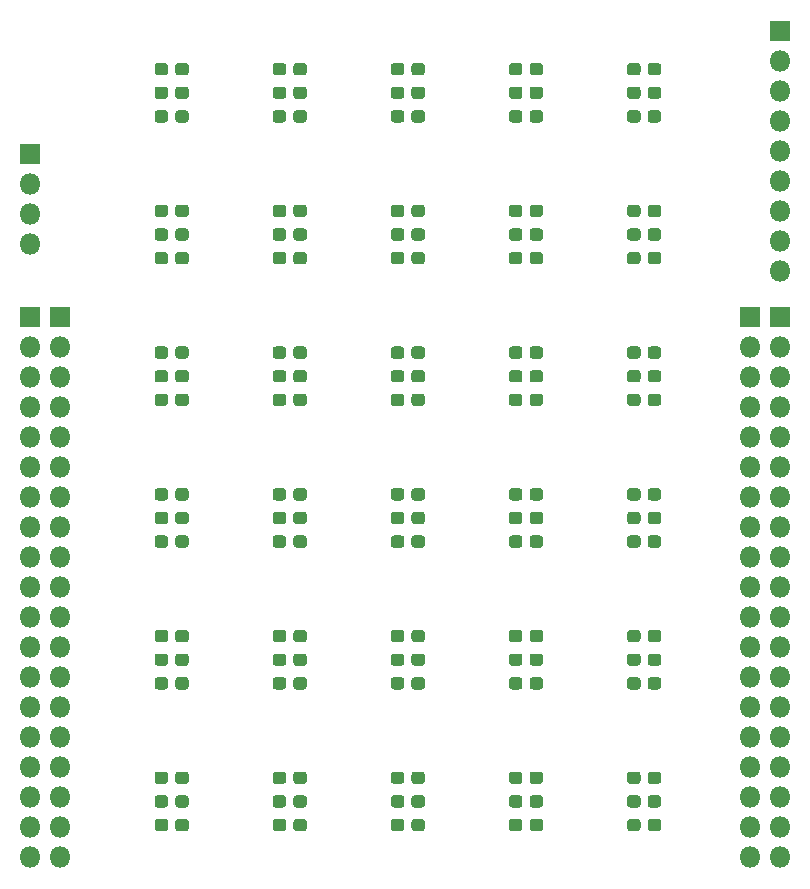
<source format=gbs>
G04 #@! TF.GenerationSoftware,KiCad,Pcbnew,5.1.6-c6e7f7d~87~ubuntu18.04.1*
G04 #@! TF.CreationDate,2021-01-10T20:40:06-05:00*
G04 #@! TF.ProjectId,dicecalc,64696365-6361-46c6-932e-6b696361645f,rev?*
G04 #@! TF.SameCoordinates,Original*
G04 #@! TF.FileFunction,Soldermask,Bot*
G04 #@! TF.FilePolarity,Negative*
%FSLAX46Y46*%
G04 Gerber Fmt 4.6, Leading zero omitted, Abs format (unit mm)*
G04 Created by KiCad (PCBNEW 5.1.6-c6e7f7d~87~ubuntu18.04.1) date 2021-01-10 20:40:06*
%MOMM*%
%LPD*%
G01*
G04 APERTURE LIST*
%ADD10R,1.800000X1.800000*%
%ADD11O,1.800000X1.800000*%
G04 APERTURE END LIST*
G36*
G01*
X89200000Y-155362500D02*
X89200000Y-154837500D01*
G75*
G02*
X89462500Y-154575000I262500J0D01*
G01*
X90087500Y-154575000D01*
G75*
G02*
X90350000Y-154837500I0J-262500D01*
G01*
X90350000Y-155362500D01*
G75*
G02*
X90087500Y-155625000I-262500J0D01*
G01*
X89462500Y-155625000D01*
G75*
G02*
X89200000Y-155362500I0J262500D01*
G01*
G37*
G36*
G01*
X87450000Y-155362500D02*
X87450000Y-154837500D01*
G75*
G02*
X87712500Y-154575000I262500J0D01*
G01*
X88337500Y-154575000D01*
G75*
G02*
X88600000Y-154837500I0J-262500D01*
G01*
X88600000Y-155362500D01*
G75*
G02*
X88337500Y-155625000I-262500J0D01*
G01*
X87712500Y-155625000D01*
G75*
G02*
X87450000Y-155362500I0J262500D01*
G01*
G37*
G36*
G01*
X87450000Y-143362500D02*
X87450000Y-142837500D01*
G75*
G02*
X87712500Y-142575000I262500J0D01*
G01*
X88337500Y-142575000D01*
G75*
G02*
X88600000Y-142837500I0J-262500D01*
G01*
X88600000Y-143362500D01*
G75*
G02*
X88337500Y-143625000I-262500J0D01*
G01*
X87712500Y-143625000D01*
G75*
G02*
X87450000Y-143362500I0J262500D01*
G01*
G37*
G36*
G01*
X89200000Y-143362500D02*
X89200000Y-142837500D01*
G75*
G02*
X89462500Y-142575000I262500J0D01*
G01*
X90087500Y-142575000D01*
G75*
G02*
X90350000Y-142837500I0J-262500D01*
G01*
X90350000Y-143362500D01*
G75*
G02*
X90087500Y-143625000I-262500J0D01*
G01*
X89462500Y-143625000D01*
G75*
G02*
X89200000Y-143362500I0J262500D01*
G01*
G37*
G36*
G01*
X100350000Y-142837500D02*
X100350000Y-143362500D01*
G75*
G02*
X100087500Y-143625000I-262500J0D01*
G01*
X99462500Y-143625000D01*
G75*
G02*
X99200000Y-143362500I0J262500D01*
G01*
X99200000Y-142837500D01*
G75*
G02*
X99462500Y-142575000I262500J0D01*
G01*
X100087500Y-142575000D01*
G75*
G02*
X100350000Y-142837500I0J-262500D01*
G01*
G37*
G36*
G01*
X98600000Y-142837500D02*
X98600000Y-143362500D01*
G75*
G02*
X98337500Y-143625000I-262500J0D01*
G01*
X97712500Y-143625000D01*
G75*
G02*
X97450000Y-143362500I0J262500D01*
G01*
X97450000Y-142837500D01*
G75*
G02*
X97712500Y-142575000I262500J0D01*
G01*
X98337500Y-142575000D01*
G75*
G02*
X98600000Y-142837500I0J-262500D01*
G01*
G37*
G36*
G01*
X110350000Y-142837500D02*
X110350000Y-143362500D01*
G75*
G02*
X110087500Y-143625000I-262500J0D01*
G01*
X109462500Y-143625000D01*
G75*
G02*
X109200000Y-143362500I0J262500D01*
G01*
X109200000Y-142837500D01*
G75*
G02*
X109462500Y-142575000I262500J0D01*
G01*
X110087500Y-142575000D01*
G75*
G02*
X110350000Y-142837500I0J-262500D01*
G01*
G37*
G36*
G01*
X108600000Y-142837500D02*
X108600000Y-143362500D01*
G75*
G02*
X108337500Y-143625000I-262500J0D01*
G01*
X107712500Y-143625000D01*
G75*
G02*
X107450000Y-143362500I0J262500D01*
G01*
X107450000Y-142837500D01*
G75*
G02*
X107712500Y-142575000I262500J0D01*
G01*
X108337500Y-142575000D01*
G75*
G02*
X108600000Y-142837500I0J-262500D01*
G01*
G37*
G36*
G01*
X87450000Y-131362500D02*
X87450000Y-130837500D01*
G75*
G02*
X87712500Y-130575000I262500J0D01*
G01*
X88337500Y-130575000D01*
G75*
G02*
X88600000Y-130837500I0J-262500D01*
G01*
X88600000Y-131362500D01*
G75*
G02*
X88337500Y-131625000I-262500J0D01*
G01*
X87712500Y-131625000D01*
G75*
G02*
X87450000Y-131362500I0J262500D01*
G01*
G37*
G36*
G01*
X89200000Y-131362500D02*
X89200000Y-130837500D01*
G75*
G02*
X89462500Y-130575000I262500J0D01*
G01*
X90087500Y-130575000D01*
G75*
G02*
X90350000Y-130837500I0J-262500D01*
G01*
X90350000Y-131362500D01*
G75*
G02*
X90087500Y-131625000I-262500J0D01*
G01*
X89462500Y-131625000D01*
G75*
G02*
X89200000Y-131362500I0J262500D01*
G01*
G37*
G36*
G01*
X100350000Y-130837500D02*
X100350000Y-131362500D01*
G75*
G02*
X100087500Y-131625000I-262500J0D01*
G01*
X99462500Y-131625000D01*
G75*
G02*
X99200000Y-131362500I0J262500D01*
G01*
X99200000Y-130837500D01*
G75*
G02*
X99462500Y-130575000I262500J0D01*
G01*
X100087500Y-130575000D01*
G75*
G02*
X100350000Y-130837500I0J-262500D01*
G01*
G37*
G36*
G01*
X98600000Y-130837500D02*
X98600000Y-131362500D01*
G75*
G02*
X98337500Y-131625000I-262500J0D01*
G01*
X97712500Y-131625000D01*
G75*
G02*
X97450000Y-131362500I0J262500D01*
G01*
X97450000Y-130837500D01*
G75*
G02*
X97712500Y-130575000I262500J0D01*
G01*
X98337500Y-130575000D01*
G75*
G02*
X98600000Y-130837500I0J-262500D01*
G01*
G37*
G36*
G01*
X110350000Y-130837500D02*
X110350000Y-131362500D01*
G75*
G02*
X110087500Y-131625000I-262500J0D01*
G01*
X109462500Y-131625000D01*
G75*
G02*
X109200000Y-131362500I0J262500D01*
G01*
X109200000Y-130837500D01*
G75*
G02*
X109462500Y-130575000I262500J0D01*
G01*
X110087500Y-130575000D01*
G75*
G02*
X110350000Y-130837500I0J-262500D01*
G01*
G37*
G36*
G01*
X108600000Y-130837500D02*
X108600000Y-131362500D01*
G75*
G02*
X108337500Y-131625000I-262500J0D01*
G01*
X107712500Y-131625000D01*
G75*
G02*
X107450000Y-131362500I0J262500D01*
G01*
X107450000Y-130837500D01*
G75*
G02*
X107712500Y-130575000I262500J0D01*
G01*
X108337500Y-130575000D01*
G75*
G02*
X108600000Y-130837500I0J-262500D01*
G01*
G37*
G36*
G01*
X87450000Y-119362500D02*
X87450000Y-118837500D01*
G75*
G02*
X87712500Y-118575000I262500J0D01*
G01*
X88337500Y-118575000D01*
G75*
G02*
X88600000Y-118837500I0J-262500D01*
G01*
X88600000Y-119362500D01*
G75*
G02*
X88337500Y-119625000I-262500J0D01*
G01*
X87712500Y-119625000D01*
G75*
G02*
X87450000Y-119362500I0J262500D01*
G01*
G37*
G36*
G01*
X89200000Y-119362500D02*
X89200000Y-118837500D01*
G75*
G02*
X89462500Y-118575000I262500J0D01*
G01*
X90087500Y-118575000D01*
G75*
G02*
X90350000Y-118837500I0J-262500D01*
G01*
X90350000Y-119362500D01*
G75*
G02*
X90087500Y-119625000I-262500J0D01*
G01*
X89462500Y-119625000D01*
G75*
G02*
X89200000Y-119362500I0J262500D01*
G01*
G37*
G36*
G01*
X99200000Y-119362500D02*
X99200000Y-118837500D01*
G75*
G02*
X99462500Y-118575000I262500J0D01*
G01*
X100087500Y-118575000D01*
G75*
G02*
X100350000Y-118837500I0J-262500D01*
G01*
X100350000Y-119362500D01*
G75*
G02*
X100087500Y-119625000I-262500J0D01*
G01*
X99462500Y-119625000D01*
G75*
G02*
X99200000Y-119362500I0J262500D01*
G01*
G37*
G36*
G01*
X97450000Y-119362500D02*
X97450000Y-118837500D01*
G75*
G02*
X97712500Y-118575000I262500J0D01*
G01*
X98337500Y-118575000D01*
G75*
G02*
X98600000Y-118837500I0J-262500D01*
G01*
X98600000Y-119362500D01*
G75*
G02*
X98337500Y-119625000I-262500J0D01*
G01*
X97712500Y-119625000D01*
G75*
G02*
X97450000Y-119362500I0J262500D01*
G01*
G37*
G36*
G01*
X108600000Y-118837500D02*
X108600000Y-119362500D01*
G75*
G02*
X108337500Y-119625000I-262500J0D01*
G01*
X107712500Y-119625000D01*
G75*
G02*
X107450000Y-119362500I0J262500D01*
G01*
X107450000Y-118837500D01*
G75*
G02*
X107712500Y-118575000I262500J0D01*
G01*
X108337500Y-118575000D01*
G75*
G02*
X108600000Y-118837500I0J-262500D01*
G01*
G37*
G36*
G01*
X110350000Y-118837500D02*
X110350000Y-119362500D01*
G75*
G02*
X110087500Y-119625000I-262500J0D01*
G01*
X109462500Y-119625000D01*
G75*
G02*
X109200000Y-119362500I0J262500D01*
G01*
X109200000Y-118837500D01*
G75*
G02*
X109462500Y-118575000I262500J0D01*
G01*
X110087500Y-118575000D01*
G75*
G02*
X110350000Y-118837500I0J-262500D01*
G01*
G37*
G36*
G01*
X118600000Y-142837500D02*
X118600000Y-143362500D01*
G75*
G02*
X118337500Y-143625000I-262500J0D01*
G01*
X117712500Y-143625000D01*
G75*
G02*
X117450000Y-143362500I0J262500D01*
G01*
X117450000Y-142837500D01*
G75*
G02*
X117712500Y-142575000I262500J0D01*
G01*
X118337500Y-142575000D01*
G75*
G02*
X118600000Y-142837500I0J-262500D01*
G01*
G37*
G36*
G01*
X120350000Y-142837500D02*
X120350000Y-143362500D01*
G75*
G02*
X120087500Y-143625000I-262500J0D01*
G01*
X119462500Y-143625000D01*
G75*
G02*
X119200000Y-143362500I0J262500D01*
G01*
X119200000Y-142837500D01*
G75*
G02*
X119462500Y-142575000I262500J0D01*
G01*
X120087500Y-142575000D01*
G75*
G02*
X120350000Y-142837500I0J-262500D01*
G01*
G37*
G36*
G01*
X118600000Y-130837500D02*
X118600000Y-131362500D01*
G75*
G02*
X118337500Y-131625000I-262500J0D01*
G01*
X117712500Y-131625000D01*
G75*
G02*
X117450000Y-131362500I0J262500D01*
G01*
X117450000Y-130837500D01*
G75*
G02*
X117712500Y-130575000I262500J0D01*
G01*
X118337500Y-130575000D01*
G75*
G02*
X118600000Y-130837500I0J-262500D01*
G01*
G37*
G36*
G01*
X120350000Y-130837500D02*
X120350000Y-131362500D01*
G75*
G02*
X120087500Y-131625000I-262500J0D01*
G01*
X119462500Y-131625000D01*
G75*
G02*
X119200000Y-131362500I0J262500D01*
G01*
X119200000Y-130837500D01*
G75*
G02*
X119462500Y-130575000I262500J0D01*
G01*
X120087500Y-130575000D01*
G75*
G02*
X120350000Y-130837500I0J-262500D01*
G01*
G37*
G36*
G01*
X120350000Y-118837500D02*
X120350000Y-119362500D01*
G75*
G02*
X120087500Y-119625000I-262500J0D01*
G01*
X119462500Y-119625000D01*
G75*
G02*
X119200000Y-119362500I0J262500D01*
G01*
X119200000Y-118837500D01*
G75*
G02*
X119462500Y-118575000I262500J0D01*
G01*
X120087500Y-118575000D01*
G75*
G02*
X120350000Y-118837500I0J-262500D01*
G01*
G37*
G36*
G01*
X118600000Y-118837500D02*
X118600000Y-119362500D01*
G75*
G02*
X118337500Y-119625000I-262500J0D01*
G01*
X117712500Y-119625000D01*
G75*
G02*
X117450000Y-119362500I0J262500D01*
G01*
X117450000Y-118837500D01*
G75*
G02*
X117712500Y-118575000I262500J0D01*
G01*
X118337500Y-118575000D01*
G75*
G02*
X118600000Y-118837500I0J-262500D01*
G01*
G37*
G36*
G01*
X118600000Y-106837500D02*
X118600000Y-107362500D01*
G75*
G02*
X118337500Y-107625000I-262500J0D01*
G01*
X117712500Y-107625000D01*
G75*
G02*
X117450000Y-107362500I0J262500D01*
G01*
X117450000Y-106837500D01*
G75*
G02*
X117712500Y-106575000I262500J0D01*
G01*
X118337500Y-106575000D01*
G75*
G02*
X118600000Y-106837500I0J-262500D01*
G01*
G37*
G36*
G01*
X120350000Y-106837500D02*
X120350000Y-107362500D01*
G75*
G02*
X120087500Y-107625000I-262500J0D01*
G01*
X119462500Y-107625000D01*
G75*
G02*
X119200000Y-107362500I0J262500D01*
G01*
X119200000Y-106837500D01*
G75*
G02*
X119462500Y-106575000I262500J0D01*
G01*
X120087500Y-106575000D01*
G75*
G02*
X120350000Y-106837500I0J-262500D01*
G01*
G37*
G36*
G01*
X110350000Y-94837500D02*
X110350000Y-95362500D01*
G75*
G02*
X110087500Y-95625000I-262500J0D01*
G01*
X109462500Y-95625000D01*
G75*
G02*
X109200000Y-95362500I0J262500D01*
G01*
X109200000Y-94837500D01*
G75*
G02*
X109462500Y-94575000I262500J0D01*
G01*
X110087500Y-94575000D01*
G75*
G02*
X110350000Y-94837500I0J-262500D01*
G01*
G37*
G36*
G01*
X108600000Y-94837500D02*
X108600000Y-95362500D01*
G75*
G02*
X108337500Y-95625000I-262500J0D01*
G01*
X107712500Y-95625000D01*
G75*
G02*
X107450000Y-95362500I0J262500D01*
G01*
X107450000Y-94837500D01*
G75*
G02*
X107712500Y-94575000I262500J0D01*
G01*
X108337500Y-94575000D01*
G75*
G02*
X108600000Y-94837500I0J-262500D01*
G01*
G37*
G36*
G01*
X77450000Y-107362500D02*
X77450000Y-106837500D01*
G75*
G02*
X77712500Y-106575000I262500J0D01*
G01*
X78337500Y-106575000D01*
G75*
G02*
X78600000Y-106837500I0J-262500D01*
G01*
X78600000Y-107362500D01*
G75*
G02*
X78337500Y-107625000I-262500J0D01*
G01*
X77712500Y-107625000D01*
G75*
G02*
X77450000Y-107362500I0J262500D01*
G01*
G37*
G36*
G01*
X79200000Y-107362500D02*
X79200000Y-106837500D01*
G75*
G02*
X79462500Y-106575000I262500J0D01*
G01*
X80087500Y-106575000D01*
G75*
G02*
X80350000Y-106837500I0J-262500D01*
G01*
X80350000Y-107362500D01*
G75*
G02*
X80087500Y-107625000I-262500J0D01*
G01*
X79462500Y-107625000D01*
G75*
G02*
X79200000Y-107362500I0J262500D01*
G01*
G37*
G36*
G01*
X87450000Y-107362500D02*
X87450000Y-106837500D01*
G75*
G02*
X87712500Y-106575000I262500J0D01*
G01*
X88337500Y-106575000D01*
G75*
G02*
X88600000Y-106837500I0J-262500D01*
G01*
X88600000Y-107362500D01*
G75*
G02*
X88337500Y-107625000I-262500J0D01*
G01*
X87712500Y-107625000D01*
G75*
G02*
X87450000Y-107362500I0J262500D01*
G01*
G37*
G36*
G01*
X89200000Y-107362500D02*
X89200000Y-106837500D01*
G75*
G02*
X89462500Y-106575000I262500J0D01*
G01*
X90087500Y-106575000D01*
G75*
G02*
X90350000Y-106837500I0J-262500D01*
G01*
X90350000Y-107362500D01*
G75*
G02*
X90087500Y-107625000I-262500J0D01*
G01*
X89462500Y-107625000D01*
G75*
G02*
X89200000Y-107362500I0J262500D01*
G01*
G37*
G36*
G01*
X99200000Y-107362500D02*
X99200000Y-106837500D01*
G75*
G02*
X99462500Y-106575000I262500J0D01*
G01*
X100087500Y-106575000D01*
G75*
G02*
X100350000Y-106837500I0J-262500D01*
G01*
X100350000Y-107362500D01*
G75*
G02*
X100087500Y-107625000I-262500J0D01*
G01*
X99462500Y-107625000D01*
G75*
G02*
X99200000Y-107362500I0J262500D01*
G01*
G37*
G36*
G01*
X97450000Y-107362500D02*
X97450000Y-106837500D01*
G75*
G02*
X97712500Y-106575000I262500J0D01*
G01*
X98337500Y-106575000D01*
G75*
G02*
X98600000Y-106837500I0J-262500D01*
G01*
X98600000Y-107362500D01*
G75*
G02*
X98337500Y-107625000I-262500J0D01*
G01*
X97712500Y-107625000D01*
G75*
G02*
X97450000Y-107362500I0J262500D01*
G01*
G37*
G36*
G01*
X110350000Y-106837500D02*
X110350000Y-107362500D01*
G75*
G02*
X110087500Y-107625000I-262500J0D01*
G01*
X109462500Y-107625000D01*
G75*
G02*
X109200000Y-107362500I0J262500D01*
G01*
X109200000Y-106837500D01*
G75*
G02*
X109462500Y-106575000I262500J0D01*
G01*
X110087500Y-106575000D01*
G75*
G02*
X110350000Y-106837500I0J-262500D01*
G01*
G37*
G36*
G01*
X108600000Y-106837500D02*
X108600000Y-107362500D01*
G75*
G02*
X108337500Y-107625000I-262500J0D01*
G01*
X107712500Y-107625000D01*
G75*
G02*
X107450000Y-107362500I0J262500D01*
G01*
X107450000Y-106837500D01*
G75*
G02*
X107712500Y-106575000I262500J0D01*
G01*
X108337500Y-106575000D01*
G75*
G02*
X108600000Y-106837500I0J-262500D01*
G01*
G37*
G36*
G01*
X79200000Y-95362500D02*
X79200000Y-94837500D01*
G75*
G02*
X79462500Y-94575000I262500J0D01*
G01*
X80087500Y-94575000D01*
G75*
G02*
X80350000Y-94837500I0J-262500D01*
G01*
X80350000Y-95362500D01*
G75*
G02*
X80087500Y-95625000I-262500J0D01*
G01*
X79462500Y-95625000D01*
G75*
G02*
X79200000Y-95362500I0J262500D01*
G01*
G37*
G36*
G01*
X77450000Y-95362500D02*
X77450000Y-94837500D01*
G75*
G02*
X77712500Y-94575000I262500J0D01*
G01*
X78337500Y-94575000D01*
G75*
G02*
X78600000Y-94837500I0J-262500D01*
G01*
X78600000Y-95362500D01*
G75*
G02*
X78337500Y-95625000I-262500J0D01*
G01*
X77712500Y-95625000D01*
G75*
G02*
X77450000Y-95362500I0J262500D01*
G01*
G37*
G36*
G01*
X89200000Y-95362500D02*
X89200000Y-94837500D01*
G75*
G02*
X89462500Y-94575000I262500J0D01*
G01*
X90087500Y-94575000D01*
G75*
G02*
X90350000Y-94837500I0J-262500D01*
G01*
X90350000Y-95362500D01*
G75*
G02*
X90087500Y-95625000I-262500J0D01*
G01*
X89462500Y-95625000D01*
G75*
G02*
X89200000Y-95362500I0J262500D01*
G01*
G37*
G36*
G01*
X87450000Y-95362500D02*
X87450000Y-94837500D01*
G75*
G02*
X87712500Y-94575000I262500J0D01*
G01*
X88337500Y-94575000D01*
G75*
G02*
X88600000Y-94837500I0J-262500D01*
G01*
X88600000Y-95362500D01*
G75*
G02*
X88337500Y-95625000I-262500J0D01*
G01*
X87712500Y-95625000D01*
G75*
G02*
X87450000Y-95362500I0J262500D01*
G01*
G37*
G36*
G01*
X97450000Y-95362500D02*
X97450000Y-94837500D01*
G75*
G02*
X97712500Y-94575000I262500J0D01*
G01*
X98337500Y-94575000D01*
G75*
G02*
X98600000Y-94837500I0J-262500D01*
G01*
X98600000Y-95362500D01*
G75*
G02*
X98337500Y-95625000I-262500J0D01*
G01*
X97712500Y-95625000D01*
G75*
G02*
X97450000Y-95362500I0J262500D01*
G01*
G37*
G36*
G01*
X99200000Y-95362500D02*
X99200000Y-94837500D01*
G75*
G02*
X99462500Y-94575000I262500J0D01*
G01*
X100087500Y-94575000D01*
G75*
G02*
X100350000Y-94837500I0J-262500D01*
G01*
X100350000Y-95362500D01*
G75*
G02*
X100087500Y-95625000I-262500J0D01*
G01*
X99462500Y-95625000D01*
G75*
G02*
X99200000Y-95362500I0J262500D01*
G01*
G37*
G36*
G01*
X120350000Y-154837500D02*
X120350000Y-155362500D01*
G75*
G02*
X120087500Y-155625000I-262500J0D01*
G01*
X119462500Y-155625000D01*
G75*
G02*
X119200000Y-155362500I0J262500D01*
G01*
X119200000Y-154837500D01*
G75*
G02*
X119462500Y-154575000I262500J0D01*
G01*
X120087500Y-154575000D01*
G75*
G02*
X120350000Y-154837500I0J-262500D01*
G01*
G37*
G36*
G01*
X118600000Y-154837500D02*
X118600000Y-155362500D01*
G75*
G02*
X118337500Y-155625000I-262500J0D01*
G01*
X117712500Y-155625000D01*
G75*
G02*
X117450000Y-155362500I0J262500D01*
G01*
X117450000Y-154837500D01*
G75*
G02*
X117712500Y-154575000I262500J0D01*
G01*
X118337500Y-154575000D01*
G75*
G02*
X118600000Y-154837500I0J-262500D01*
G01*
G37*
G36*
G01*
X120350000Y-94837500D02*
X120350000Y-95362500D01*
G75*
G02*
X120087500Y-95625000I-262500J0D01*
G01*
X119462500Y-95625000D01*
G75*
G02*
X119200000Y-95362500I0J262500D01*
G01*
X119200000Y-94837500D01*
G75*
G02*
X119462500Y-94575000I262500J0D01*
G01*
X120087500Y-94575000D01*
G75*
G02*
X120350000Y-94837500I0J-262500D01*
G01*
G37*
G36*
G01*
X118600000Y-94837500D02*
X118600000Y-95362500D01*
G75*
G02*
X118337500Y-95625000I-262500J0D01*
G01*
X117712500Y-95625000D01*
G75*
G02*
X117450000Y-95362500I0J262500D01*
G01*
X117450000Y-94837500D01*
G75*
G02*
X117712500Y-94575000I262500J0D01*
G01*
X118337500Y-94575000D01*
G75*
G02*
X118600000Y-94837500I0J-262500D01*
G01*
G37*
G36*
G01*
X98600000Y-154837500D02*
X98600000Y-155362500D01*
G75*
G02*
X98337500Y-155625000I-262500J0D01*
G01*
X97712500Y-155625000D01*
G75*
G02*
X97450000Y-155362500I0J262500D01*
G01*
X97450000Y-154837500D01*
G75*
G02*
X97712500Y-154575000I262500J0D01*
G01*
X98337500Y-154575000D01*
G75*
G02*
X98600000Y-154837500I0J-262500D01*
G01*
G37*
G36*
G01*
X100350000Y-154837500D02*
X100350000Y-155362500D01*
G75*
G02*
X100087500Y-155625000I-262500J0D01*
G01*
X99462500Y-155625000D01*
G75*
G02*
X99200000Y-155362500I0J262500D01*
G01*
X99200000Y-154837500D01*
G75*
G02*
X99462500Y-154575000I262500J0D01*
G01*
X100087500Y-154575000D01*
G75*
G02*
X100350000Y-154837500I0J-262500D01*
G01*
G37*
G36*
G01*
X108600000Y-154837500D02*
X108600000Y-155362500D01*
G75*
G02*
X108337500Y-155625000I-262500J0D01*
G01*
X107712500Y-155625000D01*
G75*
G02*
X107450000Y-155362500I0J262500D01*
G01*
X107450000Y-154837500D01*
G75*
G02*
X107712500Y-154575000I262500J0D01*
G01*
X108337500Y-154575000D01*
G75*
G02*
X108600000Y-154837500I0J-262500D01*
G01*
G37*
G36*
G01*
X110350000Y-154837500D02*
X110350000Y-155362500D01*
G75*
G02*
X110087500Y-155625000I-262500J0D01*
G01*
X109462500Y-155625000D01*
G75*
G02*
X109200000Y-155362500I0J262500D01*
G01*
X109200000Y-154837500D01*
G75*
G02*
X109462500Y-154575000I262500J0D01*
G01*
X110087500Y-154575000D01*
G75*
G02*
X110350000Y-154837500I0J-262500D01*
G01*
G37*
G36*
G01*
X79200000Y-119362500D02*
X79200000Y-118837500D01*
G75*
G02*
X79462500Y-118575000I262500J0D01*
G01*
X80087500Y-118575000D01*
G75*
G02*
X80350000Y-118837500I0J-262500D01*
G01*
X80350000Y-119362500D01*
G75*
G02*
X80087500Y-119625000I-262500J0D01*
G01*
X79462500Y-119625000D01*
G75*
G02*
X79200000Y-119362500I0J262500D01*
G01*
G37*
G36*
G01*
X77450000Y-119362500D02*
X77450000Y-118837500D01*
G75*
G02*
X77712500Y-118575000I262500J0D01*
G01*
X78337500Y-118575000D01*
G75*
G02*
X78600000Y-118837500I0J-262500D01*
G01*
X78600000Y-119362500D01*
G75*
G02*
X78337500Y-119625000I-262500J0D01*
G01*
X77712500Y-119625000D01*
G75*
G02*
X77450000Y-119362500I0J262500D01*
G01*
G37*
G36*
G01*
X79200000Y-131362500D02*
X79200000Y-130837500D01*
G75*
G02*
X79462500Y-130575000I262500J0D01*
G01*
X80087500Y-130575000D01*
G75*
G02*
X80350000Y-130837500I0J-262500D01*
G01*
X80350000Y-131362500D01*
G75*
G02*
X80087500Y-131625000I-262500J0D01*
G01*
X79462500Y-131625000D01*
G75*
G02*
X79200000Y-131362500I0J262500D01*
G01*
G37*
G36*
G01*
X77450000Y-131362500D02*
X77450000Y-130837500D01*
G75*
G02*
X77712500Y-130575000I262500J0D01*
G01*
X78337500Y-130575000D01*
G75*
G02*
X78600000Y-130837500I0J-262500D01*
G01*
X78600000Y-131362500D01*
G75*
G02*
X78337500Y-131625000I-262500J0D01*
G01*
X77712500Y-131625000D01*
G75*
G02*
X77450000Y-131362500I0J262500D01*
G01*
G37*
G36*
G01*
X79200000Y-143362500D02*
X79200000Y-142837500D01*
G75*
G02*
X79462500Y-142575000I262500J0D01*
G01*
X80087500Y-142575000D01*
G75*
G02*
X80350000Y-142837500I0J-262500D01*
G01*
X80350000Y-143362500D01*
G75*
G02*
X80087500Y-143625000I-262500J0D01*
G01*
X79462500Y-143625000D01*
G75*
G02*
X79200000Y-143362500I0J262500D01*
G01*
G37*
G36*
G01*
X77450000Y-143362500D02*
X77450000Y-142837500D01*
G75*
G02*
X77712500Y-142575000I262500J0D01*
G01*
X78337500Y-142575000D01*
G75*
G02*
X78600000Y-142837500I0J-262500D01*
G01*
X78600000Y-143362500D01*
G75*
G02*
X78337500Y-143625000I-262500J0D01*
G01*
X77712500Y-143625000D01*
G75*
G02*
X77450000Y-143362500I0J262500D01*
G01*
G37*
G36*
G01*
X79200000Y-155362500D02*
X79200000Y-154837500D01*
G75*
G02*
X79462500Y-154575000I262500J0D01*
G01*
X80087500Y-154575000D01*
G75*
G02*
X80350000Y-154837500I0J-262500D01*
G01*
X80350000Y-155362500D01*
G75*
G02*
X80087500Y-155625000I-262500J0D01*
G01*
X79462500Y-155625000D01*
G75*
G02*
X79200000Y-155362500I0J262500D01*
G01*
G37*
G36*
G01*
X77450000Y-155362500D02*
X77450000Y-154837500D01*
G75*
G02*
X77712500Y-154575000I262500J0D01*
G01*
X78337500Y-154575000D01*
G75*
G02*
X78600000Y-154837500I0J-262500D01*
G01*
X78600000Y-155362500D01*
G75*
G02*
X78337500Y-155625000I-262500J0D01*
G01*
X77712500Y-155625000D01*
G75*
G02*
X77450000Y-155362500I0J262500D01*
G01*
G37*
D10*
X66900000Y-112100000D03*
D11*
X66900000Y-114640000D03*
X66900000Y-117180000D03*
X66900000Y-119720000D03*
X66900000Y-122260000D03*
X66900000Y-124800000D03*
X66900000Y-127340000D03*
X66900000Y-129880000D03*
X66900000Y-132420000D03*
X66900000Y-134960000D03*
X66900000Y-137500000D03*
X66900000Y-140040000D03*
X66900000Y-142580000D03*
X66900000Y-145120000D03*
X66900000Y-147660000D03*
X66900000Y-150200000D03*
X66900000Y-152740000D03*
X66900000Y-155280000D03*
X66900000Y-157820000D03*
X69440000Y-157820000D03*
X69440000Y-155280000D03*
X69440000Y-152740000D03*
X69440000Y-150200000D03*
X69440000Y-147660000D03*
X69440000Y-145120000D03*
X69440000Y-142580000D03*
X69440000Y-140040000D03*
X69440000Y-137500000D03*
X69440000Y-134960000D03*
X69440000Y-132420000D03*
X69440000Y-129880000D03*
X69440000Y-127340000D03*
X69440000Y-124800000D03*
X69440000Y-122260000D03*
X69440000Y-119720000D03*
X69440000Y-117180000D03*
X69440000Y-114640000D03*
D10*
X69440000Y-112100000D03*
X127900000Y-112100000D03*
D11*
X127900000Y-114640000D03*
X127900000Y-117180000D03*
X127900000Y-119720000D03*
X127900000Y-122260000D03*
X127900000Y-124800000D03*
X127900000Y-127340000D03*
X127900000Y-129880000D03*
X127900000Y-132420000D03*
X127900000Y-134960000D03*
X127900000Y-137500000D03*
X127900000Y-140040000D03*
X127900000Y-142580000D03*
X127900000Y-145120000D03*
X127900000Y-147660000D03*
X127900000Y-150200000D03*
X127900000Y-152740000D03*
X127900000Y-155280000D03*
X127900000Y-157820000D03*
X130440000Y-157820000D03*
X130440000Y-155280000D03*
X130440000Y-152740000D03*
X130440000Y-150200000D03*
X130440000Y-147660000D03*
X130440000Y-145120000D03*
X130440000Y-142580000D03*
X130440000Y-140040000D03*
X130440000Y-137500000D03*
X130440000Y-134960000D03*
X130440000Y-132420000D03*
X130440000Y-129880000D03*
X130440000Y-127340000D03*
X130440000Y-124800000D03*
X130440000Y-122260000D03*
X130440000Y-119720000D03*
X130440000Y-117180000D03*
X130440000Y-114640000D03*
D10*
X130440000Y-112100000D03*
G36*
G01*
X89200000Y-151362500D02*
X89200000Y-150837500D01*
G75*
G02*
X89462500Y-150575000I262500J0D01*
G01*
X90087500Y-150575000D01*
G75*
G02*
X90350000Y-150837500I0J-262500D01*
G01*
X90350000Y-151362500D01*
G75*
G02*
X90087500Y-151625000I-262500J0D01*
G01*
X89462500Y-151625000D01*
G75*
G02*
X89200000Y-151362500I0J262500D01*
G01*
G37*
G36*
G01*
X87450000Y-151362500D02*
X87450000Y-150837500D01*
G75*
G02*
X87712500Y-150575000I262500J0D01*
G01*
X88337500Y-150575000D01*
G75*
G02*
X88600000Y-150837500I0J-262500D01*
G01*
X88600000Y-151362500D01*
G75*
G02*
X88337500Y-151625000I-262500J0D01*
G01*
X87712500Y-151625000D01*
G75*
G02*
X87450000Y-151362500I0J262500D01*
G01*
G37*
G36*
G01*
X87450000Y-139362500D02*
X87450000Y-138837500D01*
G75*
G02*
X87712500Y-138575000I262500J0D01*
G01*
X88337500Y-138575000D01*
G75*
G02*
X88600000Y-138837500I0J-262500D01*
G01*
X88600000Y-139362500D01*
G75*
G02*
X88337500Y-139625000I-262500J0D01*
G01*
X87712500Y-139625000D01*
G75*
G02*
X87450000Y-139362500I0J262500D01*
G01*
G37*
G36*
G01*
X89200000Y-139362500D02*
X89200000Y-138837500D01*
G75*
G02*
X89462500Y-138575000I262500J0D01*
G01*
X90087500Y-138575000D01*
G75*
G02*
X90350000Y-138837500I0J-262500D01*
G01*
X90350000Y-139362500D01*
G75*
G02*
X90087500Y-139625000I-262500J0D01*
G01*
X89462500Y-139625000D01*
G75*
G02*
X89200000Y-139362500I0J262500D01*
G01*
G37*
G36*
G01*
X100350000Y-138837500D02*
X100350000Y-139362500D01*
G75*
G02*
X100087500Y-139625000I-262500J0D01*
G01*
X99462500Y-139625000D01*
G75*
G02*
X99200000Y-139362500I0J262500D01*
G01*
X99200000Y-138837500D01*
G75*
G02*
X99462500Y-138575000I262500J0D01*
G01*
X100087500Y-138575000D01*
G75*
G02*
X100350000Y-138837500I0J-262500D01*
G01*
G37*
G36*
G01*
X98600000Y-138837500D02*
X98600000Y-139362500D01*
G75*
G02*
X98337500Y-139625000I-262500J0D01*
G01*
X97712500Y-139625000D01*
G75*
G02*
X97450000Y-139362500I0J262500D01*
G01*
X97450000Y-138837500D01*
G75*
G02*
X97712500Y-138575000I262500J0D01*
G01*
X98337500Y-138575000D01*
G75*
G02*
X98600000Y-138837500I0J-262500D01*
G01*
G37*
G36*
G01*
X110350000Y-138837500D02*
X110350000Y-139362500D01*
G75*
G02*
X110087500Y-139625000I-262500J0D01*
G01*
X109462500Y-139625000D01*
G75*
G02*
X109200000Y-139362500I0J262500D01*
G01*
X109200000Y-138837500D01*
G75*
G02*
X109462500Y-138575000I262500J0D01*
G01*
X110087500Y-138575000D01*
G75*
G02*
X110350000Y-138837500I0J-262500D01*
G01*
G37*
G36*
G01*
X108600000Y-138837500D02*
X108600000Y-139362500D01*
G75*
G02*
X108337500Y-139625000I-262500J0D01*
G01*
X107712500Y-139625000D01*
G75*
G02*
X107450000Y-139362500I0J262500D01*
G01*
X107450000Y-138837500D01*
G75*
G02*
X107712500Y-138575000I262500J0D01*
G01*
X108337500Y-138575000D01*
G75*
G02*
X108600000Y-138837500I0J-262500D01*
G01*
G37*
G36*
G01*
X89200000Y-127362500D02*
X89200000Y-126837500D01*
G75*
G02*
X89462500Y-126575000I262500J0D01*
G01*
X90087500Y-126575000D01*
G75*
G02*
X90350000Y-126837500I0J-262500D01*
G01*
X90350000Y-127362500D01*
G75*
G02*
X90087500Y-127625000I-262500J0D01*
G01*
X89462500Y-127625000D01*
G75*
G02*
X89200000Y-127362500I0J262500D01*
G01*
G37*
G36*
G01*
X87450000Y-127362500D02*
X87450000Y-126837500D01*
G75*
G02*
X87712500Y-126575000I262500J0D01*
G01*
X88337500Y-126575000D01*
G75*
G02*
X88600000Y-126837500I0J-262500D01*
G01*
X88600000Y-127362500D01*
G75*
G02*
X88337500Y-127625000I-262500J0D01*
G01*
X87712500Y-127625000D01*
G75*
G02*
X87450000Y-127362500I0J262500D01*
G01*
G37*
G36*
G01*
X90350000Y-152837500D02*
X90350000Y-153362500D01*
G75*
G02*
X90087500Y-153625000I-262500J0D01*
G01*
X89462500Y-153625000D01*
G75*
G02*
X89200000Y-153362500I0J262500D01*
G01*
X89200000Y-152837500D01*
G75*
G02*
X89462500Y-152575000I262500J0D01*
G01*
X90087500Y-152575000D01*
G75*
G02*
X90350000Y-152837500I0J-262500D01*
G01*
G37*
G36*
G01*
X88600000Y-152837500D02*
X88600000Y-153362500D01*
G75*
G02*
X88337500Y-153625000I-262500J0D01*
G01*
X87712500Y-153625000D01*
G75*
G02*
X87450000Y-153362500I0J262500D01*
G01*
X87450000Y-152837500D01*
G75*
G02*
X87712500Y-152575000I262500J0D01*
G01*
X88337500Y-152575000D01*
G75*
G02*
X88600000Y-152837500I0J-262500D01*
G01*
G37*
G36*
G01*
X88600000Y-140837500D02*
X88600000Y-141362500D01*
G75*
G02*
X88337500Y-141625000I-262500J0D01*
G01*
X87712500Y-141625000D01*
G75*
G02*
X87450000Y-141362500I0J262500D01*
G01*
X87450000Y-140837500D01*
G75*
G02*
X87712500Y-140575000I262500J0D01*
G01*
X88337500Y-140575000D01*
G75*
G02*
X88600000Y-140837500I0J-262500D01*
G01*
G37*
G36*
G01*
X90350000Y-140837500D02*
X90350000Y-141362500D01*
G75*
G02*
X90087500Y-141625000I-262500J0D01*
G01*
X89462500Y-141625000D01*
G75*
G02*
X89200000Y-141362500I0J262500D01*
G01*
X89200000Y-140837500D01*
G75*
G02*
X89462500Y-140575000I262500J0D01*
G01*
X90087500Y-140575000D01*
G75*
G02*
X90350000Y-140837500I0J-262500D01*
G01*
G37*
G36*
G01*
X99200000Y-141362500D02*
X99200000Y-140837500D01*
G75*
G02*
X99462500Y-140575000I262500J0D01*
G01*
X100087500Y-140575000D01*
G75*
G02*
X100350000Y-140837500I0J-262500D01*
G01*
X100350000Y-141362500D01*
G75*
G02*
X100087500Y-141625000I-262500J0D01*
G01*
X99462500Y-141625000D01*
G75*
G02*
X99200000Y-141362500I0J262500D01*
G01*
G37*
G36*
G01*
X97450000Y-141362500D02*
X97450000Y-140837500D01*
G75*
G02*
X97712500Y-140575000I262500J0D01*
G01*
X98337500Y-140575000D01*
G75*
G02*
X98600000Y-140837500I0J-262500D01*
G01*
X98600000Y-141362500D01*
G75*
G02*
X98337500Y-141625000I-262500J0D01*
G01*
X97712500Y-141625000D01*
G75*
G02*
X97450000Y-141362500I0J262500D01*
G01*
G37*
G36*
G01*
X109200000Y-141362500D02*
X109200000Y-140837500D01*
G75*
G02*
X109462500Y-140575000I262500J0D01*
G01*
X110087500Y-140575000D01*
G75*
G02*
X110350000Y-140837500I0J-262500D01*
G01*
X110350000Y-141362500D01*
G75*
G02*
X110087500Y-141625000I-262500J0D01*
G01*
X109462500Y-141625000D01*
G75*
G02*
X109200000Y-141362500I0J262500D01*
G01*
G37*
G36*
G01*
X107450000Y-141362500D02*
X107450000Y-140837500D01*
G75*
G02*
X107712500Y-140575000I262500J0D01*
G01*
X108337500Y-140575000D01*
G75*
G02*
X108600000Y-140837500I0J-262500D01*
G01*
X108600000Y-141362500D01*
G75*
G02*
X108337500Y-141625000I-262500J0D01*
G01*
X107712500Y-141625000D01*
G75*
G02*
X107450000Y-141362500I0J262500D01*
G01*
G37*
G36*
G01*
X90350000Y-128837500D02*
X90350000Y-129362500D01*
G75*
G02*
X90087500Y-129625000I-262500J0D01*
G01*
X89462500Y-129625000D01*
G75*
G02*
X89200000Y-129362500I0J262500D01*
G01*
X89200000Y-128837500D01*
G75*
G02*
X89462500Y-128575000I262500J0D01*
G01*
X90087500Y-128575000D01*
G75*
G02*
X90350000Y-128837500I0J-262500D01*
G01*
G37*
G36*
G01*
X88600000Y-128837500D02*
X88600000Y-129362500D01*
G75*
G02*
X88337500Y-129625000I-262500J0D01*
G01*
X87712500Y-129625000D01*
G75*
G02*
X87450000Y-129362500I0J262500D01*
G01*
X87450000Y-128837500D01*
G75*
G02*
X87712500Y-128575000I262500J0D01*
G01*
X88337500Y-128575000D01*
G75*
G02*
X88600000Y-128837500I0J-262500D01*
G01*
G37*
G36*
G01*
X98600000Y-126837500D02*
X98600000Y-127362500D01*
G75*
G02*
X98337500Y-127625000I-262500J0D01*
G01*
X97712500Y-127625000D01*
G75*
G02*
X97450000Y-127362500I0J262500D01*
G01*
X97450000Y-126837500D01*
G75*
G02*
X97712500Y-126575000I262500J0D01*
G01*
X98337500Y-126575000D01*
G75*
G02*
X98600000Y-126837500I0J-262500D01*
G01*
G37*
G36*
G01*
X100350000Y-126837500D02*
X100350000Y-127362500D01*
G75*
G02*
X100087500Y-127625000I-262500J0D01*
G01*
X99462500Y-127625000D01*
G75*
G02*
X99200000Y-127362500I0J262500D01*
G01*
X99200000Y-126837500D01*
G75*
G02*
X99462500Y-126575000I262500J0D01*
G01*
X100087500Y-126575000D01*
G75*
G02*
X100350000Y-126837500I0J-262500D01*
G01*
G37*
G36*
G01*
X108600000Y-126837500D02*
X108600000Y-127362500D01*
G75*
G02*
X108337500Y-127625000I-262500J0D01*
G01*
X107712500Y-127625000D01*
G75*
G02*
X107450000Y-127362500I0J262500D01*
G01*
X107450000Y-126837500D01*
G75*
G02*
X107712500Y-126575000I262500J0D01*
G01*
X108337500Y-126575000D01*
G75*
G02*
X108600000Y-126837500I0J-262500D01*
G01*
G37*
G36*
G01*
X110350000Y-126837500D02*
X110350000Y-127362500D01*
G75*
G02*
X110087500Y-127625000I-262500J0D01*
G01*
X109462500Y-127625000D01*
G75*
G02*
X109200000Y-127362500I0J262500D01*
G01*
X109200000Y-126837500D01*
G75*
G02*
X109462500Y-126575000I262500J0D01*
G01*
X110087500Y-126575000D01*
G75*
G02*
X110350000Y-126837500I0J-262500D01*
G01*
G37*
G36*
G01*
X89200000Y-115362500D02*
X89200000Y-114837500D01*
G75*
G02*
X89462500Y-114575000I262500J0D01*
G01*
X90087500Y-114575000D01*
G75*
G02*
X90350000Y-114837500I0J-262500D01*
G01*
X90350000Y-115362500D01*
G75*
G02*
X90087500Y-115625000I-262500J0D01*
G01*
X89462500Y-115625000D01*
G75*
G02*
X89200000Y-115362500I0J262500D01*
G01*
G37*
G36*
G01*
X87450000Y-115362500D02*
X87450000Y-114837500D01*
G75*
G02*
X87712500Y-114575000I262500J0D01*
G01*
X88337500Y-114575000D01*
G75*
G02*
X88600000Y-114837500I0J-262500D01*
G01*
X88600000Y-115362500D01*
G75*
G02*
X88337500Y-115625000I-262500J0D01*
G01*
X87712500Y-115625000D01*
G75*
G02*
X87450000Y-115362500I0J262500D01*
G01*
G37*
G36*
G01*
X99200000Y-115362500D02*
X99200000Y-114837500D01*
G75*
G02*
X99462500Y-114575000I262500J0D01*
G01*
X100087500Y-114575000D01*
G75*
G02*
X100350000Y-114837500I0J-262500D01*
G01*
X100350000Y-115362500D01*
G75*
G02*
X100087500Y-115625000I-262500J0D01*
G01*
X99462500Y-115625000D01*
G75*
G02*
X99200000Y-115362500I0J262500D01*
G01*
G37*
G36*
G01*
X97450000Y-115362500D02*
X97450000Y-114837500D01*
G75*
G02*
X97712500Y-114575000I262500J0D01*
G01*
X98337500Y-114575000D01*
G75*
G02*
X98600000Y-114837500I0J-262500D01*
G01*
X98600000Y-115362500D01*
G75*
G02*
X98337500Y-115625000I-262500J0D01*
G01*
X97712500Y-115625000D01*
G75*
G02*
X97450000Y-115362500I0J262500D01*
G01*
G37*
G36*
G01*
X108600000Y-114837500D02*
X108600000Y-115362500D01*
G75*
G02*
X108337500Y-115625000I-262500J0D01*
G01*
X107712500Y-115625000D01*
G75*
G02*
X107450000Y-115362500I0J262500D01*
G01*
X107450000Y-114837500D01*
G75*
G02*
X107712500Y-114575000I262500J0D01*
G01*
X108337500Y-114575000D01*
G75*
G02*
X108600000Y-114837500I0J-262500D01*
G01*
G37*
G36*
G01*
X110350000Y-114837500D02*
X110350000Y-115362500D01*
G75*
G02*
X110087500Y-115625000I-262500J0D01*
G01*
X109462500Y-115625000D01*
G75*
G02*
X109200000Y-115362500I0J262500D01*
G01*
X109200000Y-114837500D01*
G75*
G02*
X109462500Y-114575000I262500J0D01*
G01*
X110087500Y-114575000D01*
G75*
G02*
X110350000Y-114837500I0J-262500D01*
G01*
G37*
G36*
G01*
X97450000Y-129362500D02*
X97450000Y-128837500D01*
G75*
G02*
X97712500Y-128575000I262500J0D01*
G01*
X98337500Y-128575000D01*
G75*
G02*
X98600000Y-128837500I0J-262500D01*
G01*
X98600000Y-129362500D01*
G75*
G02*
X98337500Y-129625000I-262500J0D01*
G01*
X97712500Y-129625000D01*
G75*
G02*
X97450000Y-129362500I0J262500D01*
G01*
G37*
G36*
G01*
X99200000Y-129362500D02*
X99200000Y-128837500D01*
G75*
G02*
X99462500Y-128575000I262500J0D01*
G01*
X100087500Y-128575000D01*
G75*
G02*
X100350000Y-128837500I0J-262500D01*
G01*
X100350000Y-129362500D01*
G75*
G02*
X100087500Y-129625000I-262500J0D01*
G01*
X99462500Y-129625000D01*
G75*
G02*
X99200000Y-129362500I0J262500D01*
G01*
G37*
G36*
G01*
X107450000Y-129362500D02*
X107450000Y-128837500D01*
G75*
G02*
X107712500Y-128575000I262500J0D01*
G01*
X108337500Y-128575000D01*
G75*
G02*
X108600000Y-128837500I0J-262500D01*
G01*
X108600000Y-129362500D01*
G75*
G02*
X108337500Y-129625000I-262500J0D01*
G01*
X107712500Y-129625000D01*
G75*
G02*
X107450000Y-129362500I0J262500D01*
G01*
G37*
G36*
G01*
X109200000Y-129362500D02*
X109200000Y-128837500D01*
G75*
G02*
X109462500Y-128575000I262500J0D01*
G01*
X110087500Y-128575000D01*
G75*
G02*
X110350000Y-128837500I0J-262500D01*
G01*
X110350000Y-129362500D01*
G75*
G02*
X110087500Y-129625000I-262500J0D01*
G01*
X109462500Y-129625000D01*
G75*
G02*
X109200000Y-129362500I0J262500D01*
G01*
G37*
G36*
G01*
X90350000Y-116837500D02*
X90350000Y-117362500D01*
G75*
G02*
X90087500Y-117625000I-262500J0D01*
G01*
X89462500Y-117625000D01*
G75*
G02*
X89200000Y-117362500I0J262500D01*
G01*
X89200000Y-116837500D01*
G75*
G02*
X89462500Y-116575000I262500J0D01*
G01*
X90087500Y-116575000D01*
G75*
G02*
X90350000Y-116837500I0J-262500D01*
G01*
G37*
G36*
G01*
X88600000Y-116837500D02*
X88600000Y-117362500D01*
G75*
G02*
X88337500Y-117625000I-262500J0D01*
G01*
X87712500Y-117625000D01*
G75*
G02*
X87450000Y-117362500I0J262500D01*
G01*
X87450000Y-116837500D01*
G75*
G02*
X87712500Y-116575000I262500J0D01*
G01*
X88337500Y-116575000D01*
G75*
G02*
X88600000Y-116837500I0J-262500D01*
G01*
G37*
G36*
G01*
X100350000Y-116837500D02*
X100350000Y-117362500D01*
G75*
G02*
X100087500Y-117625000I-262500J0D01*
G01*
X99462500Y-117625000D01*
G75*
G02*
X99200000Y-117362500I0J262500D01*
G01*
X99200000Y-116837500D01*
G75*
G02*
X99462500Y-116575000I262500J0D01*
G01*
X100087500Y-116575000D01*
G75*
G02*
X100350000Y-116837500I0J-262500D01*
G01*
G37*
G36*
G01*
X98600000Y-116837500D02*
X98600000Y-117362500D01*
G75*
G02*
X98337500Y-117625000I-262500J0D01*
G01*
X97712500Y-117625000D01*
G75*
G02*
X97450000Y-117362500I0J262500D01*
G01*
X97450000Y-116837500D01*
G75*
G02*
X97712500Y-116575000I262500J0D01*
G01*
X98337500Y-116575000D01*
G75*
G02*
X98600000Y-116837500I0J-262500D01*
G01*
G37*
G36*
G01*
X107450000Y-117362500D02*
X107450000Y-116837500D01*
G75*
G02*
X107712500Y-116575000I262500J0D01*
G01*
X108337500Y-116575000D01*
G75*
G02*
X108600000Y-116837500I0J-262500D01*
G01*
X108600000Y-117362500D01*
G75*
G02*
X108337500Y-117625000I-262500J0D01*
G01*
X107712500Y-117625000D01*
G75*
G02*
X107450000Y-117362500I0J262500D01*
G01*
G37*
G36*
G01*
X109200000Y-117362500D02*
X109200000Y-116837500D01*
G75*
G02*
X109462500Y-116575000I262500J0D01*
G01*
X110087500Y-116575000D01*
G75*
G02*
X110350000Y-116837500I0J-262500D01*
G01*
X110350000Y-117362500D01*
G75*
G02*
X110087500Y-117625000I-262500J0D01*
G01*
X109462500Y-117625000D01*
G75*
G02*
X109200000Y-117362500I0J262500D01*
G01*
G37*
G36*
G01*
X118600000Y-138837500D02*
X118600000Y-139362500D01*
G75*
G02*
X118337500Y-139625000I-262500J0D01*
G01*
X117712500Y-139625000D01*
G75*
G02*
X117450000Y-139362500I0J262500D01*
G01*
X117450000Y-138837500D01*
G75*
G02*
X117712500Y-138575000I262500J0D01*
G01*
X118337500Y-138575000D01*
G75*
G02*
X118600000Y-138837500I0J-262500D01*
G01*
G37*
G36*
G01*
X120350000Y-138837500D02*
X120350000Y-139362500D01*
G75*
G02*
X120087500Y-139625000I-262500J0D01*
G01*
X119462500Y-139625000D01*
G75*
G02*
X119200000Y-139362500I0J262500D01*
G01*
X119200000Y-138837500D01*
G75*
G02*
X119462500Y-138575000I262500J0D01*
G01*
X120087500Y-138575000D01*
G75*
G02*
X120350000Y-138837500I0J-262500D01*
G01*
G37*
G36*
G01*
X118600000Y-126837500D02*
X118600000Y-127362500D01*
G75*
G02*
X118337500Y-127625000I-262500J0D01*
G01*
X117712500Y-127625000D01*
G75*
G02*
X117450000Y-127362500I0J262500D01*
G01*
X117450000Y-126837500D01*
G75*
G02*
X117712500Y-126575000I262500J0D01*
G01*
X118337500Y-126575000D01*
G75*
G02*
X118600000Y-126837500I0J-262500D01*
G01*
G37*
G36*
G01*
X120350000Y-126837500D02*
X120350000Y-127362500D01*
G75*
G02*
X120087500Y-127625000I-262500J0D01*
G01*
X119462500Y-127625000D01*
G75*
G02*
X119200000Y-127362500I0J262500D01*
G01*
X119200000Y-126837500D01*
G75*
G02*
X119462500Y-126575000I262500J0D01*
G01*
X120087500Y-126575000D01*
G75*
G02*
X120350000Y-126837500I0J-262500D01*
G01*
G37*
G36*
G01*
X118600000Y-114837500D02*
X118600000Y-115362500D01*
G75*
G02*
X118337500Y-115625000I-262500J0D01*
G01*
X117712500Y-115625000D01*
G75*
G02*
X117450000Y-115362500I0J262500D01*
G01*
X117450000Y-114837500D01*
G75*
G02*
X117712500Y-114575000I262500J0D01*
G01*
X118337500Y-114575000D01*
G75*
G02*
X118600000Y-114837500I0J-262500D01*
G01*
G37*
G36*
G01*
X120350000Y-114837500D02*
X120350000Y-115362500D01*
G75*
G02*
X120087500Y-115625000I-262500J0D01*
G01*
X119462500Y-115625000D01*
G75*
G02*
X119200000Y-115362500I0J262500D01*
G01*
X119200000Y-114837500D01*
G75*
G02*
X119462500Y-114575000I262500J0D01*
G01*
X120087500Y-114575000D01*
G75*
G02*
X120350000Y-114837500I0J-262500D01*
G01*
G37*
G36*
G01*
X118600000Y-102837500D02*
X118600000Y-103362500D01*
G75*
G02*
X118337500Y-103625000I-262500J0D01*
G01*
X117712500Y-103625000D01*
G75*
G02*
X117450000Y-103362500I0J262500D01*
G01*
X117450000Y-102837500D01*
G75*
G02*
X117712500Y-102575000I262500J0D01*
G01*
X118337500Y-102575000D01*
G75*
G02*
X118600000Y-102837500I0J-262500D01*
G01*
G37*
G36*
G01*
X120350000Y-102837500D02*
X120350000Y-103362500D01*
G75*
G02*
X120087500Y-103625000I-262500J0D01*
G01*
X119462500Y-103625000D01*
G75*
G02*
X119200000Y-103362500I0J262500D01*
G01*
X119200000Y-102837500D01*
G75*
G02*
X119462500Y-102575000I262500J0D01*
G01*
X120087500Y-102575000D01*
G75*
G02*
X120350000Y-102837500I0J-262500D01*
G01*
G37*
G36*
G01*
X108600000Y-90837500D02*
X108600000Y-91362500D01*
G75*
G02*
X108337500Y-91625000I-262500J0D01*
G01*
X107712500Y-91625000D01*
G75*
G02*
X107450000Y-91362500I0J262500D01*
G01*
X107450000Y-90837500D01*
G75*
G02*
X107712500Y-90575000I262500J0D01*
G01*
X108337500Y-90575000D01*
G75*
G02*
X108600000Y-90837500I0J-262500D01*
G01*
G37*
G36*
G01*
X110350000Y-90837500D02*
X110350000Y-91362500D01*
G75*
G02*
X110087500Y-91625000I-262500J0D01*
G01*
X109462500Y-91625000D01*
G75*
G02*
X109200000Y-91362500I0J262500D01*
G01*
X109200000Y-90837500D01*
G75*
G02*
X109462500Y-90575000I262500J0D01*
G01*
X110087500Y-90575000D01*
G75*
G02*
X110350000Y-90837500I0J-262500D01*
G01*
G37*
G36*
G01*
X117450000Y-141362500D02*
X117450000Y-140837500D01*
G75*
G02*
X117712500Y-140575000I262500J0D01*
G01*
X118337500Y-140575000D01*
G75*
G02*
X118600000Y-140837500I0J-262500D01*
G01*
X118600000Y-141362500D01*
G75*
G02*
X118337500Y-141625000I-262500J0D01*
G01*
X117712500Y-141625000D01*
G75*
G02*
X117450000Y-141362500I0J262500D01*
G01*
G37*
G36*
G01*
X119200000Y-141362500D02*
X119200000Y-140837500D01*
G75*
G02*
X119462500Y-140575000I262500J0D01*
G01*
X120087500Y-140575000D01*
G75*
G02*
X120350000Y-140837500I0J-262500D01*
G01*
X120350000Y-141362500D01*
G75*
G02*
X120087500Y-141625000I-262500J0D01*
G01*
X119462500Y-141625000D01*
G75*
G02*
X119200000Y-141362500I0J262500D01*
G01*
G37*
G36*
G01*
X117450000Y-129362500D02*
X117450000Y-128837500D01*
G75*
G02*
X117712500Y-128575000I262500J0D01*
G01*
X118337500Y-128575000D01*
G75*
G02*
X118600000Y-128837500I0J-262500D01*
G01*
X118600000Y-129362500D01*
G75*
G02*
X118337500Y-129625000I-262500J0D01*
G01*
X117712500Y-129625000D01*
G75*
G02*
X117450000Y-129362500I0J262500D01*
G01*
G37*
G36*
G01*
X119200000Y-129362500D02*
X119200000Y-128837500D01*
G75*
G02*
X119462500Y-128575000I262500J0D01*
G01*
X120087500Y-128575000D01*
G75*
G02*
X120350000Y-128837500I0J-262500D01*
G01*
X120350000Y-129362500D01*
G75*
G02*
X120087500Y-129625000I-262500J0D01*
G01*
X119462500Y-129625000D01*
G75*
G02*
X119200000Y-129362500I0J262500D01*
G01*
G37*
G36*
G01*
X117450000Y-117362500D02*
X117450000Y-116837500D01*
G75*
G02*
X117712500Y-116575000I262500J0D01*
G01*
X118337500Y-116575000D01*
G75*
G02*
X118600000Y-116837500I0J-262500D01*
G01*
X118600000Y-117362500D01*
G75*
G02*
X118337500Y-117625000I-262500J0D01*
G01*
X117712500Y-117625000D01*
G75*
G02*
X117450000Y-117362500I0J262500D01*
G01*
G37*
G36*
G01*
X119200000Y-117362500D02*
X119200000Y-116837500D01*
G75*
G02*
X119462500Y-116575000I262500J0D01*
G01*
X120087500Y-116575000D01*
G75*
G02*
X120350000Y-116837500I0J-262500D01*
G01*
X120350000Y-117362500D01*
G75*
G02*
X120087500Y-117625000I-262500J0D01*
G01*
X119462500Y-117625000D01*
G75*
G02*
X119200000Y-117362500I0J262500D01*
G01*
G37*
G36*
G01*
X117450000Y-105362500D02*
X117450000Y-104837500D01*
G75*
G02*
X117712500Y-104575000I262500J0D01*
G01*
X118337500Y-104575000D01*
G75*
G02*
X118600000Y-104837500I0J-262500D01*
G01*
X118600000Y-105362500D01*
G75*
G02*
X118337500Y-105625000I-262500J0D01*
G01*
X117712500Y-105625000D01*
G75*
G02*
X117450000Y-105362500I0J262500D01*
G01*
G37*
G36*
G01*
X119200000Y-105362500D02*
X119200000Y-104837500D01*
G75*
G02*
X119462500Y-104575000I262500J0D01*
G01*
X120087500Y-104575000D01*
G75*
G02*
X120350000Y-104837500I0J-262500D01*
G01*
X120350000Y-105362500D01*
G75*
G02*
X120087500Y-105625000I-262500J0D01*
G01*
X119462500Y-105625000D01*
G75*
G02*
X119200000Y-105362500I0J262500D01*
G01*
G37*
G36*
G01*
X107450000Y-93362500D02*
X107450000Y-92837500D01*
G75*
G02*
X107712500Y-92575000I262500J0D01*
G01*
X108337500Y-92575000D01*
G75*
G02*
X108600000Y-92837500I0J-262500D01*
G01*
X108600000Y-93362500D01*
G75*
G02*
X108337500Y-93625000I-262500J0D01*
G01*
X107712500Y-93625000D01*
G75*
G02*
X107450000Y-93362500I0J262500D01*
G01*
G37*
G36*
G01*
X109200000Y-93362500D02*
X109200000Y-92837500D01*
G75*
G02*
X109462500Y-92575000I262500J0D01*
G01*
X110087500Y-92575000D01*
G75*
G02*
X110350000Y-92837500I0J-262500D01*
G01*
X110350000Y-93362500D01*
G75*
G02*
X110087500Y-93625000I-262500J0D01*
G01*
X109462500Y-93625000D01*
G75*
G02*
X109200000Y-93362500I0J262500D01*
G01*
G37*
G36*
G01*
X79200000Y-103362500D02*
X79200000Y-102837500D01*
G75*
G02*
X79462500Y-102575000I262500J0D01*
G01*
X80087500Y-102575000D01*
G75*
G02*
X80350000Y-102837500I0J-262500D01*
G01*
X80350000Y-103362500D01*
G75*
G02*
X80087500Y-103625000I-262500J0D01*
G01*
X79462500Y-103625000D01*
G75*
G02*
X79200000Y-103362500I0J262500D01*
G01*
G37*
G36*
G01*
X77450000Y-103362500D02*
X77450000Y-102837500D01*
G75*
G02*
X77712500Y-102575000I262500J0D01*
G01*
X78337500Y-102575000D01*
G75*
G02*
X78600000Y-102837500I0J-262500D01*
G01*
X78600000Y-103362500D01*
G75*
G02*
X78337500Y-103625000I-262500J0D01*
G01*
X77712500Y-103625000D01*
G75*
G02*
X77450000Y-103362500I0J262500D01*
G01*
G37*
G36*
G01*
X87450000Y-103362500D02*
X87450000Y-102837500D01*
G75*
G02*
X87712500Y-102575000I262500J0D01*
G01*
X88337500Y-102575000D01*
G75*
G02*
X88600000Y-102837500I0J-262500D01*
G01*
X88600000Y-103362500D01*
G75*
G02*
X88337500Y-103625000I-262500J0D01*
G01*
X87712500Y-103625000D01*
G75*
G02*
X87450000Y-103362500I0J262500D01*
G01*
G37*
G36*
G01*
X89200000Y-103362500D02*
X89200000Y-102837500D01*
G75*
G02*
X89462500Y-102575000I262500J0D01*
G01*
X90087500Y-102575000D01*
G75*
G02*
X90350000Y-102837500I0J-262500D01*
G01*
X90350000Y-103362500D01*
G75*
G02*
X90087500Y-103625000I-262500J0D01*
G01*
X89462500Y-103625000D01*
G75*
G02*
X89200000Y-103362500I0J262500D01*
G01*
G37*
G36*
G01*
X97450000Y-103362500D02*
X97450000Y-102837500D01*
G75*
G02*
X97712500Y-102575000I262500J0D01*
G01*
X98337500Y-102575000D01*
G75*
G02*
X98600000Y-102837500I0J-262500D01*
G01*
X98600000Y-103362500D01*
G75*
G02*
X98337500Y-103625000I-262500J0D01*
G01*
X97712500Y-103625000D01*
G75*
G02*
X97450000Y-103362500I0J262500D01*
G01*
G37*
G36*
G01*
X99200000Y-103362500D02*
X99200000Y-102837500D01*
G75*
G02*
X99462500Y-102575000I262500J0D01*
G01*
X100087500Y-102575000D01*
G75*
G02*
X100350000Y-102837500I0J-262500D01*
G01*
X100350000Y-103362500D01*
G75*
G02*
X100087500Y-103625000I-262500J0D01*
G01*
X99462500Y-103625000D01*
G75*
G02*
X99200000Y-103362500I0J262500D01*
G01*
G37*
G36*
G01*
X110350000Y-102837500D02*
X110350000Y-103362500D01*
G75*
G02*
X110087500Y-103625000I-262500J0D01*
G01*
X109462500Y-103625000D01*
G75*
G02*
X109200000Y-103362500I0J262500D01*
G01*
X109200000Y-102837500D01*
G75*
G02*
X109462500Y-102575000I262500J0D01*
G01*
X110087500Y-102575000D01*
G75*
G02*
X110350000Y-102837500I0J-262500D01*
G01*
G37*
G36*
G01*
X108600000Y-102837500D02*
X108600000Y-103362500D01*
G75*
G02*
X108337500Y-103625000I-262500J0D01*
G01*
X107712500Y-103625000D01*
G75*
G02*
X107450000Y-103362500I0J262500D01*
G01*
X107450000Y-102837500D01*
G75*
G02*
X107712500Y-102575000I262500J0D01*
G01*
X108337500Y-102575000D01*
G75*
G02*
X108600000Y-102837500I0J-262500D01*
G01*
G37*
G36*
G01*
X77450000Y-91362500D02*
X77450000Y-90837500D01*
G75*
G02*
X77712500Y-90575000I262500J0D01*
G01*
X78337500Y-90575000D01*
G75*
G02*
X78600000Y-90837500I0J-262500D01*
G01*
X78600000Y-91362500D01*
G75*
G02*
X78337500Y-91625000I-262500J0D01*
G01*
X77712500Y-91625000D01*
G75*
G02*
X77450000Y-91362500I0J262500D01*
G01*
G37*
G36*
G01*
X79200000Y-91362500D02*
X79200000Y-90837500D01*
G75*
G02*
X79462500Y-90575000I262500J0D01*
G01*
X80087500Y-90575000D01*
G75*
G02*
X80350000Y-90837500I0J-262500D01*
G01*
X80350000Y-91362500D01*
G75*
G02*
X80087500Y-91625000I-262500J0D01*
G01*
X79462500Y-91625000D01*
G75*
G02*
X79200000Y-91362500I0J262500D01*
G01*
G37*
G36*
G01*
X80350000Y-104837500D02*
X80350000Y-105362500D01*
G75*
G02*
X80087500Y-105625000I-262500J0D01*
G01*
X79462500Y-105625000D01*
G75*
G02*
X79200000Y-105362500I0J262500D01*
G01*
X79200000Y-104837500D01*
G75*
G02*
X79462500Y-104575000I262500J0D01*
G01*
X80087500Y-104575000D01*
G75*
G02*
X80350000Y-104837500I0J-262500D01*
G01*
G37*
G36*
G01*
X78600000Y-104837500D02*
X78600000Y-105362500D01*
G75*
G02*
X78337500Y-105625000I-262500J0D01*
G01*
X77712500Y-105625000D01*
G75*
G02*
X77450000Y-105362500I0J262500D01*
G01*
X77450000Y-104837500D01*
G75*
G02*
X77712500Y-104575000I262500J0D01*
G01*
X78337500Y-104575000D01*
G75*
G02*
X78600000Y-104837500I0J-262500D01*
G01*
G37*
G36*
G01*
X88600000Y-104837500D02*
X88600000Y-105362500D01*
G75*
G02*
X88337500Y-105625000I-262500J0D01*
G01*
X87712500Y-105625000D01*
G75*
G02*
X87450000Y-105362500I0J262500D01*
G01*
X87450000Y-104837500D01*
G75*
G02*
X87712500Y-104575000I262500J0D01*
G01*
X88337500Y-104575000D01*
G75*
G02*
X88600000Y-104837500I0J-262500D01*
G01*
G37*
G36*
G01*
X90350000Y-104837500D02*
X90350000Y-105362500D01*
G75*
G02*
X90087500Y-105625000I-262500J0D01*
G01*
X89462500Y-105625000D01*
G75*
G02*
X89200000Y-105362500I0J262500D01*
G01*
X89200000Y-104837500D01*
G75*
G02*
X89462500Y-104575000I262500J0D01*
G01*
X90087500Y-104575000D01*
G75*
G02*
X90350000Y-104837500I0J-262500D01*
G01*
G37*
G36*
G01*
X98600000Y-104837500D02*
X98600000Y-105362500D01*
G75*
G02*
X98337500Y-105625000I-262500J0D01*
G01*
X97712500Y-105625000D01*
G75*
G02*
X97450000Y-105362500I0J262500D01*
G01*
X97450000Y-104837500D01*
G75*
G02*
X97712500Y-104575000I262500J0D01*
G01*
X98337500Y-104575000D01*
G75*
G02*
X98600000Y-104837500I0J-262500D01*
G01*
G37*
G36*
G01*
X100350000Y-104837500D02*
X100350000Y-105362500D01*
G75*
G02*
X100087500Y-105625000I-262500J0D01*
G01*
X99462500Y-105625000D01*
G75*
G02*
X99200000Y-105362500I0J262500D01*
G01*
X99200000Y-104837500D01*
G75*
G02*
X99462500Y-104575000I262500J0D01*
G01*
X100087500Y-104575000D01*
G75*
G02*
X100350000Y-104837500I0J-262500D01*
G01*
G37*
G36*
G01*
X109200000Y-105362500D02*
X109200000Y-104837500D01*
G75*
G02*
X109462500Y-104575000I262500J0D01*
G01*
X110087500Y-104575000D01*
G75*
G02*
X110350000Y-104837500I0J-262500D01*
G01*
X110350000Y-105362500D01*
G75*
G02*
X110087500Y-105625000I-262500J0D01*
G01*
X109462500Y-105625000D01*
G75*
G02*
X109200000Y-105362500I0J262500D01*
G01*
G37*
G36*
G01*
X107450000Y-105362500D02*
X107450000Y-104837500D01*
G75*
G02*
X107712500Y-104575000I262500J0D01*
G01*
X108337500Y-104575000D01*
G75*
G02*
X108600000Y-104837500I0J-262500D01*
G01*
X108600000Y-105362500D01*
G75*
G02*
X108337500Y-105625000I-262500J0D01*
G01*
X107712500Y-105625000D01*
G75*
G02*
X107450000Y-105362500I0J262500D01*
G01*
G37*
G36*
G01*
X78600000Y-92837500D02*
X78600000Y-93362500D01*
G75*
G02*
X78337500Y-93625000I-262500J0D01*
G01*
X77712500Y-93625000D01*
G75*
G02*
X77450000Y-93362500I0J262500D01*
G01*
X77450000Y-92837500D01*
G75*
G02*
X77712500Y-92575000I262500J0D01*
G01*
X78337500Y-92575000D01*
G75*
G02*
X78600000Y-92837500I0J-262500D01*
G01*
G37*
G36*
G01*
X80350000Y-92837500D02*
X80350000Y-93362500D01*
G75*
G02*
X80087500Y-93625000I-262500J0D01*
G01*
X79462500Y-93625000D01*
G75*
G02*
X79200000Y-93362500I0J262500D01*
G01*
X79200000Y-92837500D01*
G75*
G02*
X79462500Y-92575000I262500J0D01*
G01*
X80087500Y-92575000D01*
G75*
G02*
X80350000Y-92837500I0J-262500D01*
G01*
G37*
G36*
G01*
X87450000Y-91362500D02*
X87450000Y-90837500D01*
G75*
G02*
X87712500Y-90575000I262500J0D01*
G01*
X88337500Y-90575000D01*
G75*
G02*
X88600000Y-90837500I0J-262500D01*
G01*
X88600000Y-91362500D01*
G75*
G02*
X88337500Y-91625000I-262500J0D01*
G01*
X87712500Y-91625000D01*
G75*
G02*
X87450000Y-91362500I0J262500D01*
G01*
G37*
G36*
G01*
X89200000Y-91362500D02*
X89200000Y-90837500D01*
G75*
G02*
X89462500Y-90575000I262500J0D01*
G01*
X90087500Y-90575000D01*
G75*
G02*
X90350000Y-90837500I0J-262500D01*
G01*
X90350000Y-91362500D01*
G75*
G02*
X90087500Y-91625000I-262500J0D01*
G01*
X89462500Y-91625000D01*
G75*
G02*
X89200000Y-91362500I0J262500D01*
G01*
G37*
G36*
G01*
X97450000Y-91362500D02*
X97450000Y-90837500D01*
G75*
G02*
X97712500Y-90575000I262500J0D01*
G01*
X98337500Y-90575000D01*
G75*
G02*
X98600000Y-90837500I0J-262500D01*
G01*
X98600000Y-91362500D01*
G75*
G02*
X98337500Y-91625000I-262500J0D01*
G01*
X97712500Y-91625000D01*
G75*
G02*
X97450000Y-91362500I0J262500D01*
G01*
G37*
G36*
G01*
X99200000Y-91362500D02*
X99200000Y-90837500D01*
G75*
G02*
X99462500Y-90575000I262500J0D01*
G01*
X100087500Y-90575000D01*
G75*
G02*
X100350000Y-90837500I0J-262500D01*
G01*
X100350000Y-91362500D01*
G75*
G02*
X100087500Y-91625000I-262500J0D01*
G01*
X99462500Y-91625000D01*
G75*
G02*
X99200000Y-91362500I0J262500D01*
G01*
G37*
G36*
G01*
X120350000Y-150837500D02*
X120350000Y-151362500D01*
G75*
G02*
X120087500Y-151625000I-262500J0D01*
G01*
X119462500Y-151625000D01*
G75*
G02*
X119200000Y-151362500I0J262500D01*
G01*
X119200000Y-150837500D01*
G75*
G02*
X119462500Y-150575000I262500J0D01*
G01*
X120087500Y-150575000D01*
G75*
G02*
X120350000Y-150837500I0J-262500D01*
G01*
G37*
G36*
G01*
X118600000Y-150837500D02*
X118600000Y-151362500D01*
G75*
G02*
X118337500Y-151625000I-262500J0D01*
G01*
X117712500Y-151625000D01*
G75*
G02*
X117450000Y-151362500I0J262500D01*
G01*
X117450000Y-150837500D01*
G75*
G02*
X117712500Y-150575000I262500J0D01*
G01*
X118337500Y-150575000D01*
G75*
G02*
X118600000Y-150837500I0J-262500D01*
G01*
G37*
G36*
G01*
X120350000Y-90837500D02*
X120350000Y-91362500D01*
G75*
G02*
X120087500Y-91625000I-262500J0D01*
G01*
X119462500Y-91625000D01*
G75*
G02*
X119200000Y-91362500I0J262500D01*
G01*
X119200000Y-90837500D01*
G75*
G02*
X119462500Y-90575000I262500J0D01*
G01*
X120087500Y-90575000D01*
G75*
G02*
X120350000Y-90837500I0J-262500D01*
G01*
G37*
G36*
G01*
X118600000Y-90837500D02*
X118600000Y-91362500D01*
G75*
G02*
X118337500Y-91625000I-262500J0D01*
G01*
X117712500Y-91625000D01*
G75*
G02*
X117450000Y-91362500I0J262500D01*
G01*
X117450000Y-90837500D01*
G75*
G02*
X117712500Y-90575000I262500J0D01*
G01*
X118337500Y-90575000D01*
G75*
G02*
X118600000Y-90837500I0J-262500D01*
G01*
G37*
G36*
G01*
X100350000Y-150837500D02*
X100350000Y-151362500D01*
G75*
G02*
X100087500Y-151625000I-262500J0D01*
G01*
X99462500Y-151625000D01*
G75*
G02*
X99200000Y-151362500I0J262500D01*
G01*
X99200000Y-150837500D01*
G75*
G02*
X99462500Y-150575000I262500J0D01*
G01*
X100087500Y-150575000D01*
G75*
G02*
X100350000Y-150837500I0J-262500D01*
G01*
G37*
G36*
G01*
X98600000Y-150837500D02*
X98600000Y-151362500D01*
G75*
G02*
X98337500Y-151625000I-262500J0D01*
G01*
X97712500Y-151625000D01*
G75*
G02*
X97450000Y-151362500I0J262500D01*
G01*
X97450000Y-150837500D01*
G75*
G02*
X97712500Y-150575000I262500J0D01*
G01*
X98337500Y-150575000D01*
G75*
G02*
X98600000Y-150837500I0J-262500D01*
G01*
G37*
G36*
G01*
X88600000Y-92837500D02*
X88600000Y-93362500D01*
G75*
G02*
X88337500Y-93625000I-262500J0D01*
G01*
X87712500Y-93625000D01*
G75*
G02*
X87450000Y-93362500I0J262500D01*
G01*
X87450000Y-92837500D01*
G75*
G02*
X87712500Y-92575000I262500J0D01*
G01*
X88337500Y-92575000D01*
G75*
G02*
X88600000Y-92837500I0J-262500D01*
G01*
G37*
G36*
G01*
X90350000Y-92837500D02*
X90350000Y-93362500D01*
G75*
G02*
X90087500Y-93625000I-262500J0D01*
G01*
X89462500Y-93625000D01*
G75*
G02*
X89200000Y-93362500I0J262500D01*
G01*
X89200000Y-92837500D01*
G75*
G02*
X89462500Y-92575000I262500J0D01*
G01*
X90087500Y-92575000D01*
G75*
G02*
X90350000Y-92837500I0J-262500D01*
G01*
G37*
G36*
G01*
X98600000Y-92837500D02*
X98600000Y-93362500D01*
G75*
G02*
X98337500Y-93625000I-262500J0D01*
G01*
X97712500Y-93625000D01*
G75*
G02*
X97450000Y-93362500I0J262500D01*
G01*
X97450000Y-92837500D01*
G75*
G02*
X97712500Y-92575000I262500J0D01*
G01*
X98337500Y-92575000D01*
G75*
G02*
X98600000Y-92837500I0J-262500D01*
G01*
G37*
G36*
G01*
X100350000Y-92837500D02*
X100350000Y-93362500D01*
G75*
G02*
X100087500Y-93625000I-262500J0D01*
G01*
X99462500Y-93625000D01*
G75*
G02*
X99200000Y-93362500I0J262500D01*
G01*
X99200000Y-92837500D01*
G75*
G02*
X99462500Y-92575000I262500J0D01*
G01*
X100087500Y-92575000D01*
G75*
G02*
X100350000Y-92837500I0J-262500D01*
G01*
G37*
G36*
G01*
X119200000Y-153362500D02*
X119200000Y-152837500D01*
G75*
G02*
X119462500Y-152575000I262500J0D01*
G01*
X120087500Y-152575000D01*
G75*
G02*
X120350000Y-152837500I0J-262500D01*
G01*
X120350000Y-153362500D01*
G75*
G02*
X120087500Y-153625000I-262500J0D01*
G01*
X119462500Y-153625000D01*
G75*
G02*
X119200000Y-153362500I0J262500D01*
G01*
G37*
G36*
G01*
X117450000Y-153362500D02*
X117450000Y-152837500D01*
G75*
G02*
X117712500Y-152575000I262500J0D01*
G01*
X118337500Y-152575000D01*
G75*
G02*
X118600000Y-152837500I0J-262500D01*
G01*
X118600000Y-153362500D01*
G75*
G02*
X118337500Y-153625000I-262500J0D01*
G01*
X117712500Y-153625000D01*
G75*
G02*
X117450000Y-153362500I0J262500D01*
G01*
G37*
G36*
G01*
X119200000Y-93362500D02*
X119200000Y-92837500D01*
G75*
G02*
X119462500Y-92575000I262500J0D01*
G01*
X120087500Y-92575000D01*
G75*
G02*
X120350000Y-92837500I0J-262500D01*
G01*
X120350000Y-93362500D01*
G75*
G02*
X120087500Y-93625000I-262500J0D01*
G01*
X119462500Y-93625000D01*
G75*
G02*
X119200000Y-93362500I0J262500D01*
G01*
G37*
G36*
G01*
X117450000Y-93362500D02*
X117450000Y-92837500D01*
G75*
G02*
X117712500Y-92575000I262500J0D01*
G01*
X118337500Y-92575000D01*
G75*
G02*
X118600000Y-92837500I0J-262500D01*
G01*
X118600000Y-93362500D01*
G75*
G02*
X118337500Y-93625000I-262500J0D01*
G01*
X117712500Y-93625000D01*
G75*
G02*
X117450000Y-93362500I0J262500D01*
G01*
G37*
G36*
G01*
X99200000Y-153362500D02*
X99200000Y-152837500D01*
G75*
G02*
X99462500Y-152575000I262500J0D01*
G01*
X100087500Y-152575000D01*
G75*
G02*
X100350000Y-152837500I0J-262500D01*
G01*
X100350000Y-153362500D01*
G75*
G02*
X100087500Y-153625000I-262500J0D01*
G01*
X99462500Y-153625000D01*
G75*
G02*
X99200000Y-153362500I0J262500D01*
G01*
G37*
G36*
G01*
X97450000Y-153362500D02*
X97450000Y-152837500D01*
G75*
G02*
X97712500Y-152575000I262500J0D01*
G01*
X98337500Y-152575000D01*
G75*
G02*
X98600000Y-152837500I0J-262500D01*
G01*
X98600000Y-153362500D01*
G75*
G02*
X98337500Y-153625000I-262500J0D01*
G01*
X97712500Y-153625000D01*
G75*
G02*
X97450000Y-153362500I0J262500D01*
G01*
G37*
G36*
G01*
X110350000Y-150837500D02*
X110350000Y-151362500D01*
G75*
G02*
X110087500Y-151625000I-262500J0D01*
G01*
X109462500Y-151625000D01*
G75*
G02*
X109200000Y-151362500I0J262500D01*
G01*
X109200000Y-150837500D01*
G75*
G02*
X109462500Y-150575000I262500J0D01*
G01*
X110087500Y-150575000D01*
G75*
G02*
X110350000Y-150837500I0J-262500D01*
G01*
G37*
G36*
G01*
X108600000Y-150837500D02*
X108600000Y-151362500D01*
G75*
G02*
X108337500Y-151625000I-262500J0D01*
G01*
X107712500Y-151625000D01*
G75*
G02*
X107450000Y-151362500I0J262500D01*
G01*
X107450000Y-150837500D01*
G75*
G02*
X107712500Y-150575000I262500J0D01*
G01*
X108337500Y-150575000D01*
G75*
G02*
X108600000Y-150837500I0J-262500D01*
G01*
G37*
G36*
G01*
X77450000Y-115362500D02*
X77450000Y-114837500D01*
G75*
G02*
X77712500Y-114575000I262500J0D01*
G01*
X78337500Y-114575000D01*
G75*
G02*
X78600000Y-114837500I0J-262500D01*
G01*
X78600000Y-115362500D01*
G75*
G02*
X78337500Y-115625000I-262500J0D01*
G01*
X77712500Y-115625000D01*
G75*
G02*
X77450000Y-115362500I0J262500D01*
G01*
G37*
G36*
G01*
X79200000Y-115362500D02*
X79200000Y-114837500D01*
G75*
G02*
X79462500Y-114575000I262500J0D01*
G01*
X80087500Y-114575000D01*
G75*
G02*
X80350000Y-114837500I0J-262500D01*
G01*
X80350000Y-115362500D01*
G75*
G02*
X80087500Y-115625000I-262500J0D01*
G01*
X79462500Y-115625000D01*
G75*
G02*
X79200000Y-115362500I0J262500D01*
G01*
G37*
G36*
G01*
X77450000Y-127362500D02*
X77450000Y-126837500D01*
G75*
G02*
X77712500Y-126575000I262500J0D01*
G01*
X78337500Y-126575000D01*
G75*
G02*
X78600000Y-126837500I0J-262500D01*
G01*
X78600000Y-127362500D01*
G75*
G02*
X78337500Y-127625000I-262500J0D01*
G01*
X77712500Y-127625000D01*
G75*
G02*
X77450000Y-127362500I0J262500D01*
G01*
G37*
G36*
G01*
X79200000Y-127362500D02*
X79200000Y-126837500D01*
G75*
G02*
X79462500Y-126575000I262500J0D01*
G01*
X80087500Y-126575000D01*
G75*
G02*
X80350000Y-126837500I0J-262500D01*
G01*
X80350000Y-127362500D01*
G75*
G02*
X80087500Y-127625000I-262500J0D01*
G01*
X79462500Y-127625000D01*
G75*
G02*
X79200000Y-127362500I0J262500D01*
G01*
G37*
G36*
G01*
X79200000Y-139362500D02*
X79200000Y-138837500D01*
G75*
G02*
X79462500Y-138575000I262500J0D01*
G01*
X80087500Y-138575000D01*
G75*
G02*
X80350000Y-138837500I0J-262500D01*
G01*
X80350000Y-139362500D01*
G75*
G02*
X80087500Y-139625000I-262500J0D01*
G01*
X79462500Y-139625000D01*
G75*
G02*
X79200000Y-139362500I0J262500D01*
G01*
G37*
G36*
G01*
X77450000Y-139362500D02*
X77450000Y-138837500D01*
G75*
G02*
X77712500Y-138575000I262500J0D01*
G01*
X78337500Y-138575000D01*
G75*
G02*
X78600000Y-138837500I0J-262500D01*
G01*
X78600000Y-139362500D01*
G75*
G02*
X78337500Y-139625000I-262500J0D01*
G01*
X77712500Y-139625000D01*
G75*
G02*
X77450000Y-139362500I0J262500D01*
G01*
G37*
G36*
G01*
X79200000Y-151362500D02*
X79200000Y-150837500D01*
G75*
G02*
X79462500Y-150575000I262500J0D01*
G01*
X80087500Y-150575000D01*
G75*
G02*
X80350000Y-150837500I0J-262500D01*
G01*
X80350000Y-151362500D01*
G75*
G02*
X80087500Y-151625000I-262500J0D01*
G01*
X79462500Y-151625000D01*
G75*
G02*
X79200000Y-151362500I0J262500D01*
G01*
G37*
G36*
G01*
X77450000Y-151362500D02*
X77450000Y-150837500D01*
G75*
G02*
X77712500Y-150575000I262500J0D01*
G01*
X78337500Y-150575000D01*
G75*
G02*
X78600000Y-150837500I0J-262500D01*
G01*
X78600000Y-151362500D01*
G75*
G02*
X78337500Y-151625000I-262500J0D01*
G01*
X77712500Y-151625000D01*
G75*
G02*
X77450000Y-151362500I0J262500D01*
G01*
G37*
G36*
G01*
X109200000Y-153362500D02*
X109200000Y-152837500D01*
G75*
G02*
X109462500Y-152575000I262500J0D01*
G01*
X110087500Y-152575000D01*
G75*
G02*
X110350000Y-152837500I0J-262500D01*
G01*
X110350000Y-153362500D01*
G75*
G02*
X110087500Y-153625000I-262500J0D01*
G01*
X109462500Y-153625000D01*
G75*
G02*
X109200000Y-153362500I0J262500D01*
G01*
G37*
G36*
G01*
X107450000Y-153362500D02*
X107450000Y-152837500D01*
G75*
G02*
X107712500Y-152575000I262500J0D01*
G01*
X108337500Y-152575000D01*
G75*
G02*
X108600000Y-152837500I0J-262500D01*
G01*
X108600000Y-153362500D01*
G75*
G02*
X108337500Y-153625000I-262500J0D01*
G01*
X107712500Y-153625000D01*
G75*
G02*
X107450000Y-153362500I0J262500D01*
G01*
G37*
G36*
G01*
X78600000Y-116837500D02*
X78600000Y-117362500D01*
G75*
G02*
X78337500Y-117625000I-262500J0D01*
G01*
X77712500Y-117625000D01*
G75*
G02*
X77450000Y-117362500I0J262500D01*
G01*
X77450000Y-116837500D01*
G75*
G02*
X77712500Y-116575000I262500J0D01*
G01*
X78337500Y-116575000D01*
G75*
G02*
X78600000Y-116837500I0J-262500D01*
G01*
G37*
G36*
G01*
X80350000Y-116837500D02*
X80350000Y-117362500D01*
G75*
G02*
X80087500Y-117625000I-262500J0D01*
G01*
X79462500Y-117625000D01*
G75*
G02*
X79200000Y-117362500I0J262500D01*
G01*
X79200000Y-116837500D01*
G75*
G02*
X79462500Y-116575000I262500J0D01*
G01*
X80087500Y-116575000D01*
G75*
G02*
X80350000Y-116837500I0J-262500D01*
G01*
G37*
G36*
G01*
X78600000Y-128837500D02*
X78600000Y-129362500D01*
G75*
G02*
X78337500Y-129625000I-262500J0D01*
G01*
X77712500Y-129625000D01*
G75*
G02*
X77450000Y-129362500I0J262500D01*
G01*
X77450000Y-128837500D01*
G75*
G02*
X77712500Y-128575000I262500J0D01*
G01*
X78337500Y-128575000D01*
G75*
G02*
X78600000Y-128837500I0J-262500D01*
G01*
G37*
G36*
G01*
X80350000Y-128837500D02*
X80350000Y-129362500D01*
G75*
G02*
X80087500Y-129625000I-262500J0D01*
G01*
X79462500Y-129625000D01*
G75*
G02*
X79200000Y-129362500I0J262500D01*
G01*
X79200000Y-128837500D01*
G75*
G02*
X79462500Y-128575000I262500J0D01*
G01*
X80087500Y-128575000D01*
G75*
G02*
X80350000Y-128837500I0J-262500D01*
G01*
G37*
G36*
G01*
X80350000Y-140837500D02*
X80350000Y-141362500D01*
G75*
G02*
X80087500Y-141625000I-262500J0D01*
G01*
X79462500Y-141625000D01*
G75*
G02*
X79200000Y-141362500I0J262500D01*
G01*
X79200000Y-140837500D01*
G75*
G02*
X79462500Y-140575000I262500J0D01*
G01*
X80087500Y-140575000D01*
G75*
G02*
X80350000Y-140837500I0J-262500D01*
G01*
G37*
G36*
G01*
X78600000Y-140837500D02*
X78600000Y-141362500D01*
G75*
G02*
X78337500Y-141625000I-262500J0D01*
G01*
X77712500Y-141625000D01*
G75*
G02*
X77450000Y-141362500I0J262500D01*
G01*
X77450000Y-140837500D01*
G75*
G02*
X77712500Y-140575000I262500J0D01*
G01*
X78337500Y-140575000D01*
G75*
G02*
X78600000Y-140837500I0J-262500D01*
G01*
G37*
G36*
G01*
X80350000Y-152837500D02*
X80350000Y-153362500D01*
G75*
G02*
X80087500Y-153625000I-262500J0D01*
G01*
X79462500Y-153625000D01*
G75*
G02*
X79200000Y-153362500I0J262500D01*
G01*
X79200000Y-152837500D01*
G75*
G02*
X79462500Y-152575000I262500J0D01*
G01*
X80087500Y-152575000D01*
G75*
G02*
X80350000Y-152837500I0J-262500D01*
G01*
G37*
G36*
G01*
X78600000Y-152837500D02*
X78600000Y-153362500D01*
G75*
G02*
X78337500Y-153625000I-262500J0D01*
G01*
X77712500Y-153625000D01*
G75*
G02*
X77450000Y-153362500I0J262500D01*
G01*
X77450000Y-152837500D01*
G75*
G02*
X77712500Y-152575000I262500J0D01*
G01*
X78337500Y-152575000D01*
G75*
G02*
X78600000Y-152837500I0J-262500D01*
G01*
G37*
X130440000Y-87900000D03*
D11*
X130440000Y-90440000D03*
X130440000Y-92980000D03*
X130440000Y-95520000D03*
X130440000Y-98060000D03*
X130440000Y-100600000D03*
X130440000Y-103140000D03*
X130440000Y-105680000D03*
X130380000Y-108220000D03*
D10*
X66900000Y-98250000D03*
D11*
X66900000Y-100790000D03*
X66900000Y-103330000D03*
X66900000Y-105870000D03*
M02*

</source>
